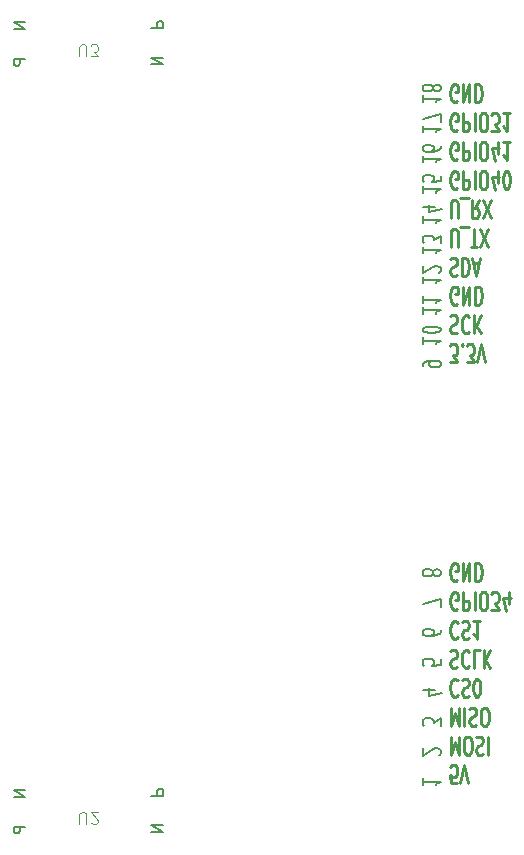
<source format=gbr>
%TF.GenerationSoftware,KiCad,Pcbnew,9.0.2*%
%TF.CreationDate,2025-06-25T22:54:11+10:00*%
%TF.ProjectId,F0-uConsole,46302d75-436f-46e7-936f-6c652e6b6963,rev?*%
%TF.SameCoordinates,Original*%
%TF.FileFunction,Legend,Bot*%
%TF.FilePolarity,Positive*%
%FSLAX46Y46*%
G04 Gerber Fmt 4.6, Leading zero omitted, Abs format (unit mm)*
G04 Created by KiCad (PCBNEW 9.0.2) date 2025-06-25 22:54:11*
%MOMM*%
%LPD*%
G01*
G04 APERTURE LIST*
%ADD10C,0.250000*%
%ADD11C,0.200000*%
%ADD12C,0.100000*%
G04 APERTURE END LIST*
D10*
X147727412Y-71453278D02*
X148346459Y-71453278D01*
X148346459Y-71453278D02*
X148013126Y-70874230D01*
X148013126Y-70874230D02*
X148155983Y-70874230D01*
X148155983Y-70874230D02*
X148251221Y-70801849D01*
X148251221Y-70801849D02*
X148298840Y-70729468D01*
X148298840Y-70729468D02*
X148346459Y-70584706D01*
X148346459Y-70584706D02*
X148346459Y-70222801D01*
X148346459Y-70222801D02*
X148298840Y-70078039D01*
X148298840Y-70078039D02*
X148251221Y-70005659D01*
X148251221Y-70005659D02*
X148155983Y-69933278D01*
X148155983Y-69933278D02*
X147870269Y-69933278D01*
X147870269Y-69933278D02*
X147775031Y-70005659D01*
X147775031Y-70005659D02*
X147727412Y-70078039D01*
X148775031Y-70078039D02*
X148822650Y-70005659D01*
X148822650Y-70005659D02*
X148775031Y-69933278D01*
X148775031Y-69933278D02*
X148727412Y-70005659D01*
X148727412Y-70005659D02*
X148775031Y-70078039D01*
X148775031Y-70078039D02*
X148775031Y-69933278D01*
X149155983Y-71453278D02*
X149775030Y-71453278D01*
X149775030Y-71453278D02*
X149441697Y-70874230D01*
X149441697Y-70874230D02*
X149584554Y-70874230D01*
X149584554Y-70874230D02*
X149679792Y-70801849D01*
X149679792Y-70801849D02*
X149727411Y-70729468D01*
X149727411Y-70729468D02*
X149775030Y-70584706D01*
X149775030Y-70584706D02*
X149775030Y-70222801D01*
X149775030Y-70222801D02*
X149727411Y-70078039D01*
X149727411Y-70078039D02*
X149679792Y-70005659D01*
X149679792Y-70005659D02*
X149584554Y-69933278D01*
X149584554Y-69933278D02*
X149298840Y-69933278D01*
X149298840Y-69933278D02*
X149203602Y-70005659D01*
X149203602Y-70005659D02*
X149155983Y-70078039D01*
X150060745Y-71453278D02*
X150394078Y-69933278D01*
X150394078Y-69933278D02*
X150727411Y-71453278D01*
X147775031Y-67558544D02*
X147917888Y-67486163D01*
X147917888Y-67486163D02*
X148155983Y-67486163D01*
X148155983Y-67486163D02*
X148251221Y-67558544D01*
X148251221Y-67558544D02*
X148298840Y-67630924D01*
X148298840Y-67630924D02*
X148346459Y-67775686D01*
X148346459Y-67775686D02*
X148346459Y-67920448D01*
X148346459Y-67920448D02*
X148298840Y-68065210D01*
X148298840Y-68065210D02*
X148251221Y-68137591D01*
X148251221Y-68137591D02*
X148155983Y-68209972D01*
X148155983Y-68209972D02*
X147965507Y-68282353D01*
X147965507Y-68282353D02*
X147870269Y-68354734D01*
X147870269Y-68354734D02*
X147822650Y-68427115D01*
X147822650Y-68427115D02*
X147775031Y-68571877D01*
X147775031Y-68571877D02*
X147775031Y-68716639D01*
X147775031Y-68716639D02*
X147822650Y-68861401D01*
X147822650Y-68861401D02*
X147870269Y-68933782D01*
X147870269Y-68933782D02*
X147965507Y-69006163D01*
X147965507Y-69006163D02*
X148203602Y-69006163D01*
X148203602Y-69006163D02*
X148346459Y-68933782D01*
X149346459Y-67630924D02*
X149298840Y-67558544D01*
X149298840Y-67558544D02*
X149155983Y-67486163D01*
X149155983Y-67486163D02*
X149060745Y-67486163D01*
X149060745Y-67486163D02*
X148917888Y-67558544D01*
X148917888Y-67558544D02*
X148822650Y-67703305D01*
X148822650Y-67703305D02*
X148775031Y-67848067D01*
X148775031Y-67848067D02*
X148727412Y-68137591D01*
X148727412Y-68137591D02*
X148727412Y-68354734D01*
X148727412Y-68354734D02*
X148775031Y-68644258D01*
X148775031Y-68644258D02*
X148822650Y-68789020D01*
X148822650Y-68789020D02*
X148917888Y-68933782D01*
X148917888Y-68933782D02*
X149060745Y-69006163D01*
X149060745Y-69006163D02*
X149155983Y-69006163D01*
X149155983Y-69006163D02*
X149298840Y-68933782D01*
X149298840Y-68933782D02*
X149346459Y-68861401D01*
X149775031Y-67486163D02*
X149775031Y-69006163D01*
X150346459Y-67486163D02*
X149917888Y-68354734D01*
X150346459Y-69006163D02*
X149775031Y-68137591D01*
X148346459Y-66486667D02*
X148251221Y-66559048D01*
X148251221Y-66559048D02*
X148108364Y-66559048D01*
X148108364Y-66559048D02*
X147965507Y-66486667D01*
X147965507Y-66486667D02*
X147870269Y-66341905D01*
X147870269Y-66341905D02*
X147822650Y-66197143D01*
X147822650Y-66197143D02*
X147775031Y-65907619D01*
X147775031Y-65907619D02*
X147775031Y-65690476D01*
X147775031Y-65690476D02*
X147822650Y-65400952D01*
X147822650Y-65400952D02*
X147870269Y-65256190D01*
X147870269Y-65256190D02*
X147965507Y-65111429D01*
X147965507Y-65111429D02*
X148108364Y-65039048D01*
X148108364Y-65039048D02*
X148203602Y-65039048D01*
X148203602Y-65039048D02*
X148346459Y-65111429D01*
X148346459Y-65111429D02*
X148394078Y-65183809D01*
X148394078Y-65183809D02*
X148394078Y-65690476D01*
X148394078Y-65690476D02*
X148203602Y-65690476D01*
X148822650Y-65039048D02*
X148822650Y-66559048D01*
X148822650Y-66559048D02*
X149394078Y-65039048D01*
X149394078Y-65039048D02*
X149394078Y-66559048D01*
X149870269Y-65039048D02*
X149870269Y-66559048D01*
X149870269Y-66559048D02*
X150108364Y-66559048D01*
X150108364Y-66559048D02*
X150251221Y-66486667D01*
X150251221Y-66486667D02*
X150346459Y-66341905D01*
X150346459Y-66341905D02*
X150394078Y-66197143D01*
X150394078Y-66197143D02*
X150441697Y-65907619D01*
X150441697Y-65907619D02*
X150441697Y-65690476D01*
X150441697Y-65690476D02*
X150394078Y-65400952D01*
X150394078Y-65400952D02*
X150346459Y-65256190D01*
X150346459Y-65256190D02*
X150251221Y-65111429D01*
X150251221Y-65111429D02*
X150108364Y-65039048D01*
X150108364Y-65039048D02*
X149870269Y-65039048D01*
X147775031Y-62664314D02*
X147917888Y-62591933D01*
X147917888Y-62591933D02*
X148155983Y-62591933D01*
X148155983Y-62591933D02*
X148251221Y-62664314D01*
X148251221Y-62664314D02*
X148298840Y-62736694D01*
X148298840Y-62736694D02*
X148346459Y-62881456D01*
X148346459Y-62881456D02*
X148346459Y-63026218D01*
X148346459Y-63026218D02*
X148298840Y-63170980D01*
X148298840Y-63170980D02*
X148251221Y-63243361D01*
X148251221Y-63243361D02*
X148155983Y-63315742D01*
X148155983Y-63315742D02*
X147965507Y-63388123D01*
X147965507Y-63388123D02*
X147870269Y-63460504D01*
X147870269Y-63460504D02*
X147822650Y-63532885D01*
X147822650Y-63532885D02*
X147775031Y-63677647D01*
X147775031Y-63677647D02*
X147775031Y-63822409D01*
X147775031Y-63822409D02*
X147822650Y-63967171D01*
X147822650Y-63967171D02*
X147870269Y-64039552D01*
X147870269Y-64039552D02*
X147965507Y-64111933D01*
X147965507Y-64111933D02*
X148203602Y-64111933D01*
X148203602Y-64111933D02*
X148346459Y-64039552D01*
X148775031Y-62591933D02*
X148775031Y-64111933D01*
X148775031Y-64111933D02*
X149013126Y-64111933D01*
X149013126Y-64111933D02*
X149155983Y-64039552D01*
X149155983Y-64039552D02*
X149251221Y-63894790D01*
X149251221Y-63894790D02*
X149298840Y-63750028D01*
X149298840Y-63750028D02*
X149346459Y-63460504D01*
X149346459Y-63460504D02*
X149346459Y-63243361D01*
X149346459Y-63243361D02*
X149298840Y-62953837D01*
X149298840Y-62953837D02*
X149251221Y-62809075D01*
X149251221Y-62809075D02*
X149155983Y-62664314D01*
X149155983Y-62664314D02*
X149013126Y-62591933D01*
X149013126Y-62591933D02*
X148775031Y-62591933D01*
X149727412Y-63026218D02*
X150203602Y-63026218D01*
X149632174Y-62591933D02*
X149965507Y-64111933D01*
X149965507Y-64111933D02*
X150298840Y-62591933D01*
X147822650Y-61664818D02*
X147822650Y-60434341D01*
X147822650Y-60434341D02*
X147870269Y-60289579D01*
X147870269Y-60289579D02*
X147917888Y-60217199D01*
X147917888Y-60217199D02*
X148013126Y-60144818D01*
X148013126Y-60144818D02*
X148203602Y-60144818D01*
X148203602Y-60144818D02*
X148298840Y-60217199D01*
X148298840Y-60217199D02*
X148346459Y-60289579D01*
X148346459Y-60289579D02*
X148394078Y-60434341D01*
X148394078Y-60434341D02*
X148394078Y-61664818D01*
X148632174Y-60000056D02*
X149394078Y-60000056D01*
X149489317Y-61664818D02*
X150060745Y-61664818D01*
X149775031Y-60144818D02*
X149775031Y-61664818D01*
X150298841Y-61664818D02*
X150965507Y-60144818D01*
X150965507Y-61664818D02*
X150298841Y-60144818D01*
X147822650Y-59217703D02*
X147822650Y-57987226D01*
X147822650Y-57987226D02*
X147870269Y-57842464D01*
X147870269Y-57842464D02*
X147917888Y-57770084D01*
X147917888Y-57770084D02*
X148013126Y-57697703D01*
X148013126Y-57697703D02*
X148203602Y-57697703D01*
X148203602Y-57697703D02*
X148298840Y-57770084D01*
X148298840Y-57770084D02*
X148346459Y-57842464D01*
X148346459Y-57842464D02*
X148394078Y-57987226D01*
X148394078Y-57987226D02*
X148394078Y-59217703D01*
X148632174Y-57552941D02*
X149394078Y-57552941D01*
X150203602Y-57697703D02*
X149870269Y-58421512D01*
X149632174Y-57697703D02*
X149632174Y-59217703D01*
X149632174Y-59217703D02*
X150013126Y-59217703D01*
X150013126Y-59217703D02*
X150108364Y-59145322D01*
X150108364Y-59145322D02*
X150155983Y-59072941D01*
X150155983Y-59072941D02*
X150203602Y-58928179D01*
X150203602Y-58928179D02*
X150203602Y-58711036D01*
X150203602Y-58711036D02*
X150155983Y-58566274D01*
X150155983Y-58566274D02*
X150108364Y-58493893D01*
X150108364Y-58493893D02*
X150013126Y-58421512D01*
X150013126Y-58421512D02*
X149632174Y-58421512D01*
X150536936Y-59217703D02*
X151203602Y-57697703D01*
X151203602Y-59217703D02*
X150536936Y-57697703D01*
X148346459Y-56698207D02*
X148251221Y-56770588D01*
X148251221Y-56770588D02*
X148108364Y-56770588D01*
X148108364Y-56770588D02*
X147965507Y-56698207D01*
X147965507Y-56698207D02*
X147870269Y-56553445D01*
X147870269Y-56553445D02*
X147822650Y-56408683D01*
X147822650Y-56408683D02*
X147775031Y-56119159D01*
X147775031Y-56119159D02*
X147775031Y-55902016D01*
X147775031Y-55902016D02*
X147822650Y-55612492D01*
X147822650Y-55612492D02*
X147870269Y-55467730D01*
X147870269Y-55467730D02*
X147965507Y-55322969D01*
X147965507Y-55322969D02*
X148108364Y-55250588D01*
X148108364Y-55250588D02*
X148203602Y-55250588D01*
X148203602Y-55250588D02*
X148346459Y-55322969D01*
X148346459Y-55322969D02*
X148394078Y-55395349D01*
X148394078Y-55395349D02*
X148394078Y-55902016D01*
X148394078Y-55902016D02*
X148203602Y-55902016D01*
X148822650Y-55250588D02*
X148822650Y-56770588D01*
X148822650Y-56770588D02*
X149203602Y-56770588D01*
X149203602Y-56770588D02*
X149298840Y-56698207D01*
X149298840Y-56698207D02*
X149346459Y-56625826D01*
X149346459Y-56625826D02*
X149394078Y-56481064D01*
X149394078Y-56481064D02*
X149394078Y-56263921D01*
X149394078Y-56263921D02*
X149346459Y-56119159D01*
X149346459Y-56119159D02*
X149298840Y-56046778D01*
X149298840Y-56046778D02*
X149203602Y-55974397D01*
X149203602Y-55974397D02*
X148822650Y-55974397D01*
X149822650Y-55250588D02*
X149822650Y-56770588D01*
X150489316Y-56770588D02*
X150679792Y-56770588D01*
X150679792Y-56770588D02*
X150775030Y-56698207D01*
X150775030Y-56698207D02*
X150870268Y-56553445D01*
X150870268Y-56553445D02*
X150917887Y-56263921D01*
X150917887Y-56263921D02*
X150917887Y-55757254D01*
X150917887Y-55757254D02*
X150870268Y-55467730D01*
X150870268Y-55467730D02*
X150775030Y-55322969D01*
X150775030Y-55322969D02*
X150679792Y-55250588D01*
X150679792Y-55250588D02*
X150489316Y-55250588D01*
X150489316Y-55250588D02*
X150394078Y-55322969D01*
X150394078Y-55322969D02*
X150298840Y-55467730D01*
X150298840Y-55467730D02*
X150251221Y-55757254D01*
X150251221Y-55757254D02*
X150251221Y-56263921D01*
X150251221Y-56263921D02*
X150298840Y-56553445D01*
X150298840Y-56553445D02*
X150394078Y-56698207D01*
X150394078Y-56698207D02*
X150489316Y-56770588D01*
X151775030Y-56263921D02*
X151775030Y-55250588D01*
X151536935Y-56842969D02*
X151298840Y-55757254D01*
X151298840Y-55757254D02*
X151917887Y-55757254D01*
X152489316Y-56770588D02*
X152584554Y-56770588D01*
X152584554Y-56770588D02*
X152679792Y-56698207D01*
X152679792Y-56698207D02*
X152727411Y-56625826D01*
X152727411Y-56625826D02*
X152775030Y-56481064D01*
X152775030Y-56481064D02*
X152822649Y-56191540D01*
X152822649Y-56191540D02*
X152822649Y-55829635D01*
X152822649Y-55829635D02*
X152775030Y-55540111D01*
X152775030Y-55540111D02*
X152727411Y-55395349D01*
X152727411Y-55395349D02*
X152679792Y-55322969D01*
X152679792Y-55322969D02*
X152584554Y-55250588D01*
X152584554Y-55250588D02*
X152489316Y-55250588D01*
X152489316Y-55250588D02*
X152394078Y-55322969D01*
X152394078Y-55322969D02*
X152346459Y-55395349D01*
X152346459Y-55395349D02*
X152298840Y-55540111D01*
X152298840Y-55540111D02*
X152251221Y-55829635D01*
X152251221Y-55829635D02*
X152251221Y-56191540D01*
X152251221Y-56191540D02*
X152298840Y-56481064D01*
X152298840Y-56481064D02*
X152346459Y-56625826D01*
X152346459Y-56625826D02*
X152394078Y-56698207D01*
X152394078Y-56698207D02*
X152489316Y-56770588D01*
X148346459Y-54251092D02*
X148251221Y-54323473D01*
X148251221Y-54323473D02*
X148108364Y-54323473D01*
X148108364Y-54323473D02*
X147965507Y-54251092D01*
X147965507Y-54251092D02*
X147870269Y-54106330D01*
X147870269Y-54106330D02*
X147822650Y-53961568D01*
X147822650Y-53961568D02*
X147775031Y-53672044D01*
X147775031Y-53672044D02*
X147775031Y-53454901D01*
X147775031Y-53454901D02*
X147822650Y-53165377D01*
X147822650Y-53165377D02*
X147870269Y-53020615D01*
X147870269Y-53020615D02*
X147965507Y-52875854D01*
X147965507Y-52875854D02*
X148108364Y-52803473D01*
X148108364Y-52803473D02*
X148203602Y-52803473D01*
X148203602Y-52803473D02*
X148346459Y-52875854D01*
X148346459Y-52875854D02*
X148394078Y-52948234D01*
X148394078Y-52948234D02*
X148394078Y-53454901D01*
X148394078Y-53454901D02*
X148203602Y-53454901D01*
X148822650Y-52803473D02*
X148822650Y-54323473D01*
X148822650Y-54323473D02*
X149203602Y-54323473D01*
X149203602Y-54323473D02*
X149298840Y-54251092D01*
X149298840Y-54251092D02*
X149346459Y-54178711D01*
X149346459Y-54178711D02*
X149394078Y-54033949D01*
X149394078Y-54033949D02*
X149394078Y-53816806D01*
X149394078Y-53816806D02*
X149346459Y-53672044D01*
X149346459Y-53672044D02*
X149298840Y-53599663D01*
X149298840Y-53599663D02*
X149203602Y-53527282D01*
X149203602Y-53527282D02*
X148822650Y-53527282D01*
X149822650Y-52803473D02*
X149822650Y-54323473D01*
X150489316Y-54323473D02*
X150679792Y-54323473D01*
X150679792Y-54323473D02*
X150775030Y-54251092D01*
X150775030Y-54251092D02*
X150870268Y-54106330D01*
X150870268Y-54106330D02*
X150917887Y-53816806D01*
X150917887Y-53816806D02*
X150917887Y-53310139D01*
X150917887Y-53310139D02*
X150870268Y-53020615D01*
X150870268Y-53020615D02*
X150775030Y-52875854D01*
X150775030Y-52875854D02*
X150679792Y-52803473D01*
X150679792Y-52803473D02*
X150489316Y-52803473D01*
X150489316Y-52803473D02*
X150394078Y-52875854D01*
X150394078Y-52875854D02*
X150298840Y-53020615D01*
X150298840Y-53020615D02*
X150251221Y-53310139D01*
X150251221Y-53310139D02*
X150251221Y-53816806D01*
X150251221Y-53816806D02*
X150298840Y-54106330D01*
X150298840Y-54106330D02*
X150394078Y-54251092D01*
X150394078Y-54251092D02*
X150489316Y-54323473D01*
X151775030Y-53816806D02*
X151775030Y-52803473D01*
X151536935Y-54395854D02*
X151298840Y-53310139D01*
X151298840Y-53310139D02*
X151917887Y-53310139D01*
X152822649Y-52803473D02*
X152251221Y-52803473D01*
X152536935Y-52803473D02*
X152536935Y-54323473D01*
X152536935Y-54323473D02*
X152441697Y-54106330D01*
X152441697Y-54106330D02*
X152346459Y-53961568D01*
X152346459Y-53961568D02*
X152251221Y-53889187D01*
X148346459Y-51803977D02*
X148251221Y-51876358D01*
X148251221Y-51876358D02*
X148108364Y-51876358D01*
X148108364Y-51876358D02*
X147965507Y-51803977D01*
X147965507Y-51803977D02*
X147870269Y-51659215D01*
X147870269Y-51659215D02*
X147822650Y-51514453D01*
X147822650Y-51514453D02*
X147775031Y-51224929D01*
X147775031Y-51224929D02*
X147775031Y-51007786D01*
X147775031Y-51007786D02*
X147822650Y-50718262D01*
X147822650Y-50718262D02*
X147870269Y-50573500D01*
X147870269Y-50573500D02*
X147965507Y-50428739D01*
X147965507Y-50428739D02*
X148108364Y-50356358D01*
X148108364Y-50356358D02*
X148203602Y-50356358D01*
X148203602Y-50356358D02*
X148346459Y-50428739D01*
X148346459Y-50428739D02*
X148394078Y-50501119D01*
X148394078Y-50501119D02*
X148394078Y-51007786D01*
X148394078Y-51007786D02*
X148203602Y-51007786D01*
X148822650Y-50356358D02*
X148822650Y-51876358D01*
X148822650Y-51876358D02*
X149203602Y-51876358D01*
X149203602Y-51876358D02*
X149298840Y-51803977D01*
X149298840Y-51803977D02*
X149346459Y-51731596D01*
X149346459Y-51731596D02*
X149394078Y-51586834D01*
X149394078Y-51586834D02*
X149394078Y-51369691D01*
X149394078Y-51369691D02*
X149346459Y-51224929D01*
X149346459Y-51224929D02*
X149298840Y-51152548D01*
X149298840Y-51152548D02*
X149203602Y-51080167D01*
X149203602Y-51080167D02*
X148822650Y-51080167D01*
X149822650Y-50356358D02*
X149822650Y-51876358D01*
X150489316Y-51876358D02*
X150679792Y-51876358D01*
X150679792Y-51876358D02*
X150775030Y-51803977D01*
X150775030Y-51803977D02*
X150870268Y-51659215D01*
X150870268Y-51659215D02*
X150917887Y-51369691D01*
X150917887Y-51369691D02*
X150917887Y-50863024D01*
X150917887Y-50863024D02*
X150870268Y-50573500D01*
X150870268Y-50573500D02*
X150775030Y-50428739D01*
X150775030Y-50428739D02*
X150679792Y-50356358D01*
X150679792Y-50356358D02*
X150489316Y-50356358D01*
X150489316Y-50356358D02*
X150394078Y-50428739D01*
X150394078Y-50428739D02*
X150298840Y-50573500D01*
X150298840Y-50573500D02*
X150251221Y-50863024D01*
X150251221Y-50863024D02*
X150251221Y-51369691D01*
X150251221Y-51369691D02*
X150298840Y-51659215D01*
X150298840Y-51659215D02*
X150394078Y-51803977D01*
X150394078Y-51803977D02*
X150489316Y-51876358D01*
X151251221Y-51876358D02*
X151870268Y-51876358D01*
X151870268Y-51876358D02*
X151536935Y-51297310D01*
X151536935Y-51297310D02*
X151679792Y-51297310D01*
X151679792Y-51297310D02*
X151775030Y-51224929D01*
X151775030Y-51224929D02*
X151822649Y-51152548D01*
X151822649Y-51152548D02*
X151870268Y-51007786D01*
X151870268Y-51007786D02*
X151870268Y-50645881D01*
X151870268Y-50645881D02*
X151822649Y-50501119D01*
X151822649Y-50501119D02*
X151775030Y-50428739D01*
X151775030Y-50428739D02*
X151679792Y-50356358D01*
X151679792Y-50356358D02*
X151394078Y-50356358D01*
X151394078Y-50356358D02*
X151298840Y-50428739D01*
X151298840Y-50428739D02*
X151251221Y-50501119D01*
X152822649Y-50356358D02*
X152251221Y-50356358D01*
X152536935Y-50356358D02*
X152536935Y-51876358D01*
X152536935Y-51876358D02*
X152441697Y-51659215D01*
X152441697Y-51659215D02*
X152346459Y-51514453D01*
X152346459Y-51514453D02*
X152251221Y-51442072D01*
X148346459Y-49356862D02*
X148251221Y-49429243D01*
X148251221Y-49429243D02*
X148108364Y-49429243D01*
X148108364Y-49429243D02*
X147965507Y-49356862D01*
X147965507Y-49356862D02*
X147870269Y-49212100D01*
X147870269Y-49212100D02*
X147822650Y-49067338D01*
X147822650Y-49067338D02*
X147775031Y-48777814D01*
X147775031Y-48777814D02*
X147775031Y-48560671D01*
X147775031Y-48560671D02*
X147822650Y-48271147D01*
X147822650Y-48271147D02*
X147870269Y-48126385D01*
X147870269Y-48126385D02*
X147965507Y-47981624D01*
X147965507Y-47981624D02*
X148108364Y-47909243D01*
X148108364Y-47909243D02*
X148203602Y-47909243D01*
X148203602Y-47909243D02*
X148346459Y-47981624D01*
X148346459Y-47981624D02*
X148394078Y-48054004D01*
X148394078Y-48054004D02*
X148394078Y-48560671D01*
X148394078Y-48560671D02*
X148203602Y-48560671D01*
X148822650Y-47909243D02*
X148822650Y-49429243D01*
X148822650Y-49429243D02*
X149394078Y-47909243D01*
X149394078Y-47909243D02*
X149394078Y-49429243D01*
X149870269Y-47909243D02*
X149870269Y-49429243D01*
X149870269Y-49429243D02*
X150108364Y-49429243D01*
X150108364Y-49429243D02*
X150251221Y-49356862D01*
X150251221Y-49356862D02*
X150346459Y-49212100D01*
X150346459Y-49212100D02*
X150394078Y-49067338D01*
X150394078Y-49067338D02*
X150441697Y-48777814D01*
X150441697Y-48777814D02*
X150441697Y-48560671D01*
X150441697Y-48560671D02*
X150394078Y-48271147D01*
X150394078Y-48271147D02*
X150346459Y-48126385D01*
X150346459Y-48126385D02*
X150251221Y-47981624D01*
X150251221Y-47981624D02*
X150108364Y-47909243D01*
X150108364Y-47909243D02*
X149870269Y-47909243D01*
D11*
X145418048Y-71794299D02*
X145418048Y-71611442D01*
X145418048Y-71611442D02*
X145491382Y-71520013D01*
X145491382Y-71520013D02*
X145564715Y-71474299D01*
X145564715Y-71474299D02*
X145784715Y-71382870D01*
X145784715Y-71382870D02*
X146078048Y-71337156D01*
X146078048Y-71337156D02*
X146664715Y-71337156D01*
X146664715Y-71337156D02*
X146811382Y-71382870D01*
X146811382Y-71382870D02*
X146884715Y-71428585D01*
X146884715Y-71428585D02*
X146958048Y-71520013D01*
X146958048Y-71520013D02*
X146958048Y-71702870D01*
X146958048Y-71702870D02*
X146884715Y-71794299D01*
X146884715Y-71794299D02*
X146811382Y-71840013D01*
X146811382Y-71840013D02*
X146664715Y-71885727D01*
X146664715Y-71885727D02*
X146298048Y-71885727D01*
X146298048Y-71885727D02*
X146151382Y-71840013D01*
X146151382Y-71840013D02*
X146078048Y-71794299D01*
X146078048Y-71794299D02*
X146004715Y-71702870D01*
X146004715Y-71702870D02*
X146004715Y-71520013D01*
X146004715Y-71520013D02*
X146078048Y-71428585D01*
X146078048Y-71428585D02*
X146151382Y-71382870D01*
X146151382Y-71382870D02*
X146298048Y-71337156D01*
X145418048Y-106660016D02*
X145418048Y-107242873D01*
X145418048Y-106951444D02*
X146958048Y-106951444D01*
X146958048Y-106951444D02*
X146738048Y-107048587D01*
X146738048Y-107048587D02*
X146591382Y-107145730D01*
X146591382Y-107145730D02*
X146518048Y-107242873D01*
X146811382Y-104717158D02*
X146884715Y-104668586D01*
X146884715Y-104668586D02*
X146958048Y-104571444D01*
X146958048Y-104571444D02*
X146958048Y-104328586D01*
X146958048Y-104328586D02*
X146884715Y-104231444D01*
X146884715Y-104231444D02*
X146811382Y-104182872D01*
X146811382Y-104182872D02*
X146664715Y-104134301D01*
X146664715Y-104134301D02*
X146518048Y-104134301D01*
X146518048Y-104134301D02*
X146298048Y-104182872D01*
X146298048Y-104182872D02*
X145418048Y-104765729D01*
X145418048Y-104765729D02*
X145418048Y-104134301D01*
X146958048Y-102240014D02*
X146958048Y-101608586D01*
X146958048Y-101608586D02*
X146371382Y-101948586D01*
X146371382Y-101948586D02*
X146371382Y-101802871D01*
X146371382Y-101802871D02*
X146298048Y-101705729D01*
X146298048Y-101705729D02*
X146224715Y-101657157D01*
X146224715Y-101657157D02*
X146078048Y-101608586D01*
X146078048Y-101608586D02*
X145711382Y-101608586D01*
X145711382Y-101608586D02*
X145564715Y-101657157D01*
X145564715Y-101657157D02*
X145491382Y-101705729D01*
X145491382Y-101705729D02*
X145418048Y-101802871D01*
X145418048Y-101802871D02*
X145418048Y-102094300D01*
X145418048Y-102094300D02*
X145491382Y-102191443D01*
X145491382Y-102191443D02*
X145564715Y-102240014D01*
X146444715Y-99180014D02*
X145418048Y-99180014D01*
X147031382Y-99422871D02*
X145931382Y-99665728D01*
X145931382Y-99665728D02*
X145931382Y-99034299D01*
X146958048Y-96605727D02*
X146958048Y-97091441D01*
X146958048Y-97091441D02*
X146224715Y-97140013D01*
X146224715Y-97140013D02*
X146298048Y-97091441D01*
X146298048Y-97091441D02*
X146371382Y-96994299D01*
X146371382Y-96994299D02*
X146371382Y-96751441D01*
X146371382Y-96751441D02*
X146298048Y-96654299D01*
X146298048Y-96654299D02*
X146224715Y-96605727D01*
X146224715Y-96605727D02*
X146078048Y-96557156D01*
X146078048Y-96557156D02*
X145711382Y-96557156D01*
X145711382Y-96557156D02*
X145564715Y-96605727D01*
X145564715Y-96605727D02*
X145491382Y-96654299D01*
X145491382Y-96654299D02*
X145418048Y-96751441D01*
X145418048Y-96751441D02*
X145418048Y-96994299D01*
X145418048Y-96994299D02*
X145491382Y-97091441D01*
X145491382Y-97091441D02*
X145564715Y-97140013D01*
X146958048Y-94128584D02*
X146958048Y-94322869D01*
X146958048Y-94322869D02*
X146884715Y-94420012D01*
X146884715Y-94420012D02*
X146811382Y-94468584D01*
X146811382Y-94468584D02*
X146591382Y-94565726D01*
X146591382Y-94565726D02*
X146298048Y-94614298D01*
X146298048Y-94614298D02*
X145711382Y-94614298D01*
X145711382Y-94614298D02*
X145564715Y-94565726D01*
X145564715Y-94565726D02*
X145491382Y-94517155D01*
X145491382Y-94517155D02*
X145418048Y-94420012D01*
X145418048Y-94420012D02*
X145418048Y-94225726D01*
X145418048Y-94225726D02*
X145491382Y-94128584D01*
X145491382Y-94128584D02*
X145564715Y-94080012D01*
X145564715Y-94080012D02*
X145711382Y-94031441D01*
X145711382Y-94031441D02*
X146078048Y-94031441D01*
X146078048Y-94031441D02*
X146224715Y-94080012D01*
X146224715Y-94080012D02*
X146298048Y-94128584D01*
X146298048Y-94128584D02*
X146371382Y-94225726D01*
X146371382Y-94225726D02*
X146371382Y-94420012D01*
X146371382Y-94420012D02*
X146298048Y-94517155D01*
X146298048Y-94517155D02*
X146224715Y-94565726D01*
X146224715Y-94565726D02*
X146078048Y-94614298D01*
X146958048Y-92137154D02*
X146958048Y-91457154D01*
X146958048Y-91457154D02*
X145418048Y-91894297D01*
X146298048Y-89368582D02*
X146371382Y-89465725D01*
X146371382Y-89465725D02*
X146444715Y-89514296D01*
X146444715Y-89514296D02*
X146591382Y-89562868D01*
X146591382Y-89562868D02*
X146664715Y-89562868D01*
X146664715Y-89562868D02*
X146811382Y-89514296D01*
X146811382Y-89514296D02*
X146884715Y-89465725D01*
X146884715Y-89465725D02*
X146958048Y-89368582D01*
X146958048Y-89368582D02*
X146958048Y-89174296D01*
X146958048Y-89174296D02*
X146884715Y-89077154D01*
X146884715Y-89077154D02*
X146811382Y-89028582D01*
X146811382Y-89028582D02*
X146664715Y-88980011D01*
X146664715Y-88980011D02*
X146591382Y-88980011D01*
X146591382Y-88980011D02*
X146444715Y-89028582D01*
X146444715Y-89028582D02*
X146371382Y-89077154D01*
X146371382Y-89077154D02*
X146298048Y-89174296D01*
X146298048Y-89174296D02*
X146298048Y-89368582D01*
X146298048Y-89368582D02*
X146224715Y-89465725D01*
X146224715Y-89465725D02*
X146151382Y-89514296D01*
X146151382Y-89514296D02*
X146004715Y-89562868D01*
X146004715Y-89562868D02*
X145711382Y-89562868D01*
X145711382Y-89562868D02*
X145564715Y-89514296D01*
X145564715Y-89514296D02*
X145491382Y-89465725D01*
X145491382Y-89465725D02*
X145418048Y-89368582D01*
X145418048Y-89368582D02*
X145418048Y-89174296D01*
X145418048Y-89174296D02*
X145491382Y-89077154D01*
X145491382Y-89077154D02*
X145564715Y-89028582D01*
X145564715Y-89028582D02*
X145711382Y-88980011D01*
X145711382Y-88980011D02*
X146004715Y-88980011D01*
X146004715Y-88980011D02*
X146151382Y-89028582D01*
X146151382Y-89028582D02*
X146224715Y-89077154D01*
X146224715Y-89077154D02*
X146298048Y-89174296D01*
D10*
X148298840Y-107106163D02*
X147822650Y-107106163D01*
X147822650Y-107106163D02*
X147775031Y-106382353D01*
X147775031Y-106382353D02*
X147822650Y-106454734D01*
X147822650Y-106454734D02*
X147917888Y-106527115D01*
X147917888Y-106527115D02*
X148155983Y-106527115D01*
X148155983Y-106527115D02*
X148251221Y-106454734D01*
X148251221Y-106454734D02*
X148298840Y-106382353D01*
X148298840Y-106382353D02*
X148346459Y-106237591D01*
X148346459Y-106237591D02*
X148346459Y-105875686D01*
X148346459Y-105875686D02*
X148298840Y-105730924D01*
X148298840Y-105730924D02*
X148251221Y-105658544D01*
X148251221Y-105658544D02*
X148155983Y-105586163D01*
X148155983Y-105586163D02*
X147917888Y-105586163D01*
X147917888Y-105586163D02*
X147822650Y-105658544D01*
X147822650Y-105658544D02*
X147775031Y-105730924D01*
X148632174Y-107106163D02*
X148965507Y-105586163D01*
X148965507Y-105586163D02*
X149298840Y-107106163D01*
X147822650Y-103139048D02*
X147822650Y-104659048D01*
X147822650Y-104659048D02*
X148155983Y-103573333D01*
X148155983Y-103573333D02*
X148489316Y-104659048D01*
X148489316Y-104659048D02*
X148489316Y-103139048D01*
X149155983Y-104659048D02*
X149346459Y-104659048D01*
X149346459Y-104659048D02*
X149441697Y-104586667D01*
X149441697Y-104586667D02*
X149536935Y-104441905D01*
X149536935Y-104441905D02*
X149584554Y-104152381D01*
X149584554Y-104152381D02*
X149584554Y-103645714D01*
X149584554Y-103645714D02*
X149536935Y-103356190D01*
X149536935Y-103356190D02*
X149441697Y-103211429D01*
X149441697Y-103211429D02*
X149346459Y-103139048D01*
X149346459Y-103139048D02*
X149155983Y-103139048D01*
X149155983Y-103139048D02*
X149060745Y-103211429D01*
X149060745Y-103211429D02*
X148965507Y-103356190D01*
X148965507Y-103356190D02*
X148917888Y-103645714D01*
X148917888Y-103645714D02*
X148917888Y-104152381D01*
X148917888Y-104152381D02*
X148965507Y-104441905D01*
X148965507Y-104441905D02*
X149060745Y-104586667D01*
X149060745Y-104586667D02*
X149155983Y-104659048D01*
X149965507Y-103211429D02*
X150108364Y-103139048D01*
X150108364Y-103139048D02*
X150346459Y-103139048D01*
X150346459Y-103139048D02*
X150441697Y-103211429D01*
X150441697Y-103211429D02*
X150489316Y-103283809D01*
X150489316Y-103283809D02*
X150536935Y-103428571D01*
X150536935Y-103428571D02*
X150536935Y-103573333D01*
X150536935Y-103573333D02*
X150489316Y-103718095D01*
X150489316Y-103718095D02*
X150441697Y-103790476D01*
X150441697Y-103790476D02*
X150346459Y-103862857D01*
X150346459Y-103862857D02*
X150155983Y-103935238D01*
X150155983Y-103935238D02*
X150060745Y-104007619D01*
X150060745Y-104007619D02*
X150013126Y-104080000D01*
X150013126Y-104080000D02*
X149965507Y-104224762D01*
X149965507Y-104224762D02*
X149965507Y-104369524D01*
X149965507Y-104369524D02*
X150013126Y-104514286D01*
X150013126Y-104514286D02*
X150060745Y-104586667D01*
X150060745Y-104586667D02*
X150155983Y-104659048D01*
X150155983Y-104659048D02*
X150394078Y-104659048D01*
X150394078Y-104659048D02*
X150536935Y-104586667D01*
X150965507Y-103139048D02*
X150965507Y-104659048D01*
X147822650Y-100691933D02*
X147822650Y-102211933D01*
X147822650Y-102211933D02*
X148155983Y-101126218D01*
X148155983Y-101126218D02*
X148489316Y-102211933D01*
X148489316Y-102211933D02*
X148489316Y-100691933D01*
X148965507Y-100691933D02*
X148965507Y-102211933D01*
X149394078Y-100764314D02*
X149536935Y-100691933D01*
X149536935Y-100691933D02*
X149775030Y-100691933D01*
X149775030Y-100691933D02*
X149870268Y-100764314D01*
X149870268Y-100764314D02*
X149917887Y-100836694D01*
X149917887Y-100836694D02*
X149965506Y-100981456D01*
X149965506Y-100981456D02*
X149965506Y-101126218D01*
X149965506Y-101126218D02*
X149917887Y-101270980D01*
X149917887Y-101270980D02*
X149870268Y-101343361D01*
X149870268Y-101343361D02*
X149775030Y-101415742D01*
X149775030Y-101415742D02*
X149584554Y-101488123D01*
X149584554Y-101488123D02*
X149489316Y-101560504D01*
X149489316Y-101560504D02*
X149441697Y-101632885D01*
X149441697Y-101632885D02*
X149394078Y-101777647D01*
X149394078Y-101777647D02*
X149394078Y-101922409D01*
X149394078Y-101922409D02*
X149441697Y-102067171D01*
X149441697Y-102067171D02*
X149489316Y-102139552D01*
X149489316Y-102139552D02*
X149584554Y-102211933D01*
X149584554Y-102211933D02*
X149822649Y-102211933D01*
X149822649Y-102211933D02*
X149965506Y-102139552D01*
X150584554Y-102211933D02*
X150775030Y-102211933D01*
X150775030Y-102211933D02*
X150870268Y-102139552D01*
X150870268Y-102139552D02*
X150965506Y-101994790D01*
X150965506Y-101994790D02*
X151013125Y-101705266D01*
X151013125Y-101705266D02*
X151013125Y-101198599D01*
X151013125Y-101198599D02*
X150965506Y-100909075D01*
X150965506Y-100909075D02*
X150870268Y-100764314D01*
X150870268Y-100764314D02*
X150775030Y-100691933D01*
X150775030Y-100691933D02*
X150584554Y-100691933D01*
X150584554Y-100691933D02*
X150489316Y-100764314D01*
X150489316Y-100764314D02*
X150394078Y-100909075D01*
X150394078Y-100909075D02*
X150346459Y-101198599D01*
X150346459Y-101198599D02*
X150346459Y-101705266D01*
X150346459Y-101705266D02*
X150394078Y-101994790D01*
X150394078Y-101994790D02*
X150489316Y-102139552D01*
X150489316Y-102139552D02*
X150584554Y-102211933D01*
X148394078Y-98389579D02*
X148346459Y-98317199D01*
X148346459Y-98317199D02*
X148203602Y-98244818D01*
X148203602Y-98244818D02*
X148108364Y-98244818D01*
X148108364Y-98244818D02*
X147965507Y-98317199D01*
X147965507Y-98317199D02*
X147870269Y-98461960D01*
X147870269Y-98461960D02*
X147822650Y-98606722D01*
X147822650Y-98606722D02*
X147775031Y-98896246D01*
X147775031Y-98896246D02*
X147775031Y-99113389D01*
X147775031Y-99113389D02*
X147822650Y-99402913D01*
X147822650Y-99402913D02*
X147870269Y-99547675D01*
X147870269Y-99547675D02*
X147965507Y-99692437D01*
X147965507Y-99692437D02*
X148108364Y-99764818D01*
X148108364Y-99764818D02*
X148203602Y-99764818D01*
X148203602Y-99764818D02*
X148346459Y-99692437D01*
X148346459Y-99692437D02*
X148394078Y-99620056D01*
X148775031Y-98317199D02*
X148917888Y-98244818D01*
X148917888Y-98244818D02*
X149155983Y-98244818D01*
X149155983Y-98244818D02*
X149251221Y-98317199D01*
X149251221Y-98317199D02*
X149298840Y-98389579D01*
X149298840Y-98389579D02*
X149346459Y-98534341D01*
X149346459Y-98534341D02*
X149346459Y-98679103D01*
X149346459Y-98679103D02*
X149298840Y-98823865D01*
X149298840Y-98823865D02*
X149251221Y-98896246D01*
X149251221Y-98896246D02*
X149155983Y-98968627D01*
X149155983Y-98968627D02*
X148965507Y-99041008D01*
X148965507Y-99041008D02*
X148870269Y-99113389D01*
X148870269Y-99113389D02*
X148822650Y-99185770D01*
X148822650Y-99185770D02*
X148775031Y-99330532D01*
X148775031Y-99330532D02*
X148775031Y-99475294D01*
X148775031Y-99475294D02*
X148822650Y-99620056D01*
X148822650Y-99620056D02*
X148870269Y-99692437D01*
X148870269Y-99692437D02*
X148965507Y-99764818D01*
X148965507Y-99764818D02*
X149203602Y-99764818D01*
X149203602Y-99764818D02*
X149346459Y-99692437D01*
X149965507Y-99764818D02*
X150060745Y-99764818D01*
X150060745Y-99764818D02*
X150155983Y-99692437D01*
X150155983Y-99692437D02*
X150203602Y-99620056D01*
X150203602Y-99620056D02*
X150251221Y-99475294D01*
X150251221Y-99475294D02*
X150298840Y-99185770D01*
X150298840Y-99185770D02*
X150298840Y-98823865D01*
X150298840Y-98823865D02*
X150251221Y-98534341D01*
X150251221Y-98534341D02*
X150203602Y-98389579D01*
X150203602Y-98389579D02*
X150155983Y-98317199D01*
X150155983Y-98317199D02*
X150060745Y-98244818D01*
X150060745Y-98244818D02*
X149965507Y-98244818D01*
X149965507Y-98244818D02*
X149870269Y-98317199D01*
X149870269Y-98317199D02*
X149822650Y-98389579D01*
X149822650Y-98389579D02*
X149775031Y-98534341D01*
X149775031Y-98534341D02*
X149727412Y-98823865D01*
X149727412Y-98823865D02*
X149727412Y-99185770D01*
X149727412Y-99185770D02*
X149775031Y-99475294D01*
X149775031Y-99475294D02*
X149822650Y-99620056D01*
X149822650Y-99620056D02*
X149870269Y-99692437D01*
X149870269Y-99692437D02*
X149965507Y-99764818D01*
X147775031Y-95870084D02*
X147917888Y-95797703D01*
X147917888Y-95797703D02*
X148155983Y-95797703D01*
X148155983Y-95797703D02*
X148251221Y-95870084D01*
X148251221Y-95870084D02*
X148298840Y-95942464D01*
X148298840Y-95942464D02*
X148346459Y-96087226D01*
X148346459Y-96087226D02*
X148346459Y-96231988D01*
X148346459Y-96231988D02*
X148298840Y-96376750D01*
X148298840Y-96376750D02*
X148251221Y-96449131D01*
X148251221Y-96449131D02*
X148155983Y-96521512D01*
X148155983Y-96521512D02*
X147965507Y-96593893D01*
X147965507Y-96593893D02*
X147870269Y-96666274D01*
X147870269Y-96666274D02*
X147822650Y-96738655D01*
X147822650Y-96738655D02*
X147775031Y-96883417D01*
X147775031Y-96883417D02*
X147775031Y-97028179D01*
X147775031Y-97028179D02*
X147822650Y-97172941D01*
X147822650Y-97172941D02*
X147870269Y-97245322D01*
X147870269Y-97245322D02*
X147965507Y-97317703D01*
X147965507Y-97317703D02*
X148203602Y-97317703D01*
X148203602Y-97317703D02*
X148346459Y-97245322D01*
X149346459Y-95942464D02*
X149298840Y-95870084D01*
X149298840Y-95870084D02*
X149155983Y-95797703D01*
X149155983Y-95797703D02*
X149060745Y-95797703D01*
X149060745Y-95797703D02*
X148917888Y-95870084D01*
X148917888Y-95870084D02*
X148822650Y-96014845D01*
X148822650Y-96014845D02*
X148775031Y-96159607D01*
X148775031Y-96159607D02*
X148727412Y-96449131D01*
X148727412Y-96449131D02*
X148727412Y-96666274D01*
X148727412Y-96666274D02*
X148775031Y-96955798D01*
X148775031Y-96955798D02*
X148822650Y-97100560D01*
X148822650Y-97100560D02*
X148917888Y-97245322D01*
X148917888Y-97245322D02*
X149060745Y-97317703D01*
X149060745Y-97317703D02*
X149155983Y-97317703D01*
X149155983Y-97317703D02*
X149298840Y-97245322D01*
X149298840Y-97245322D02*
X149346459Y-97172941D01*
X150251221Y-95797703D02*
X149775031Y-95797703D01*
X149775031Y-95797703D02*
X149775031Y-97317703D01*
X150584555Y-95797703D02*
X150584555Y-97317703D01*
X151155983Y-95797703D02*
X150727412Y-96666274D01*
X151155983Y-97317703D02*
X150584555Y-96449131D01*
X148394078Y-93495349D02*
X148346459Y-93422969D01*
X148346459Y-93422969D02*
X148203602Y-93350588D01*
X148203602Y-93350588D02*
X148108364Y-93350588D01*
X148108364Y-93350588D02*
X147965507Y-93422969D01*
X147965507Y-93422969D02*
X147870269Y-93567730D01*
X147870269Y-93567730D02*
X147822650Y-93712492D01*
X147822650Y-93712492D02*
X147775031Y-94002016D01*
X147775031Y-94002016D02*
X147775031Y-94219159D01*
X147775031Y-94219159D02*
X147822650Y-94508683D01*
X147822650Y-94508683D02*
X147870269Y-94653445D01*
X147870269Y-94653445D02*
X147965507Y-94798207D01*
X147965507Y-94798207D02*
X148108364Y-94870588D01*
X148108364Y-94870588D02*
X148203602Y-94870588D01*
X148203602Y-94870588D02*
X148346459Y-94798207D01*
X148346459Y-94798207D02*
X148394078Y-94725826D01*
X148775031Y-93422969D02*
X148917888Y-93350588D01*
X148917888Y-93350588D02*
X149155983Y-93350588D01*
X149155983Y-93350588D02*
X149251221Y-93422969D01*
X149251221Y-93422969D02*
X149298840Y-93495349D01*
X149298840Y-93495349D02*
X149346459Y-93640111D01*
X149346459Y-93640111D02*
X149346459Y-93784873D01*
X149346459Y-93784873D02*
X149298840Y-93929635D01*
X149298840Y-93929635D02*
X149251221Y-94002016D01*
X149251221Y-94002016D02*
X149155983Y-94074397D01*
X149155983Y-94074397D02*
X148965507Y-94146778D01*
X148965507Y-94146778D02*
X148870269Y-94219159D01*
X148870269Y-94219159D02*
X148822650Y-94291540D01*
X148822650Y-94291540D02*
X148775031Y-94436302D01*
X148775031Y-94436302D02*
X148775031Y-94581064D01*
X148775031Y-94581064D02*
X148822650Y-94725826D01*
X148822650Y-94725826D02*
X148870269Y-94798207D01*
X148870269Y-94798207D02*
X148965507Y-94870588D01*
X148965507Y-94870588D02*
X149203602Y-94870588D01*
X149203602Y-94870588D02*
X149346459Y-94798207D01*
X150298840Y-93350588D02*
X149727412Y-93350588D01*
X150013126Y-93350588D02*
X150013126Y-94870588D01*
X150013126Y-94870588D02*
X149917888Y-94653445D01*
X149917888Y-94653445D02*
X149822650Y-94508683D01*
X149822650Y-94508683D02*
X149727412Y-94436302D01*
X148346459Y-92351092D02*
X148251221Y-92423473D01*
X148251221Y-92423473D02*
X148108364Y-92423473D01*
X148108364Y-92423473D02*
X147965507Y-92351092D01*
X147965507Y-92351092D02*
X147870269Y-92206330D01*
X147870269Y-92206330D02*
X147822650Y-92061568D01*
X147822650Y-92061568D02*
X147775031Y-91772044D01*
X147775031Y-91772044D02*
X147775031Y-91554901D01*
X147775031Y-91554901D02*
X147822650Y-91265377D01*
X147822650Y-91265377D02*
X147870269Y-91120615D01*
X147870269Y-91120615D02*
X147965507Y-90975854D01*
X147965507Y-90975854D02*
X148108364Y-90903473D01*
X148108364Y-90903473D02*
X148203602Y-90903473D01*
X148203602Y-90903473D02*
X148346459Y-90975854D01*
X148346459Y-90975854D02*
X148394078Y-91048234D01*
X148394078Y-91048234D02*
X148394078Y-91554901D01*
X148394078Y-91554901D02*
X148203602Y-91554901D01*
X148822650Y-90903473D02*
X148822650Y-92423473D01*
X148822650Y-92423473D02*
X149203602Y-92423473D01*
X149203602Y-92423473D02*
X149298840Y-92351092D01*
X149298840Y-92351092D02*
X149346459Y-92278711D01*
X149346459Y-92278711D02*
X149394078Y-92133949D01*
X149394078Y-92133949D02*
X149394078Y-91916806D01*
X149394078Y-91916806D02*
X149346459Y-91772044D01*
X149346459Y-91772044D02*
X149298840Y-91699663D01*
X149298840Y-91699663D02*
X149203602Y-91627282D01*
X149203602Y-91627282D02*
X148822650Y-91627282D01*
X149822650Y-90903473D02*
X149822650Y-92423473D01*
X150489316Y-92423473D02*
X150679792Y-92423473D01*
X150679792Y-92423473D02*
X150775030Y-92351092D01*
X150775030Y-92351092D02*
X150870268Y-92206330D01*
X150870268Y-92206330D02*
X150917887Y-91916806D01*
X150917887Y-91916806D02*
X150917887Y-91410139D01*
X150917887Y-91410139D02*
X150870268Y-91120615D01*
X150870268Y-91120615D02*
X150775030Y-90975854D01*
X150775030Y-90975854D02*
X150679792Y-90903473D01*
X150679792Y-90903473D02*
X150489316Y-90903473D01*
X150489316Y-90903473D02*
X150394078Y-90975854D01*
X150394078Y-90975854D02*
X150298840Y-91120615D01*
X150298840Y-91120615D02*
X150251221Y-91410139D01*
X150251221Y-91410139D02*
X150251221Y-91916806D01*
X150251221Y-91916806D02*
X150298840Y-92206330D01*
X150298840Y-92206330D02*
X150394078Y-92351092D01*
X150394078Y-92351092D02*
X150489316Y-92423473D01*
X151251221Y-92423473D02*
X151870268Y-92423473D01*
X151870268Y-92423473D02*
X151536935Y-91844425D01*
X151536935Y-91844425D02*
X151679792Y-91844425D01*
X151679792Y-91844425D02*
X151775030Y-91772044D01*
X151775030Y-91772044D02*
X151822649Y-91699663D01*
X151822649Y-91699663D02*
X151870268Y-91554901D01*
X151870268Y-91554901D02*
X151870268Y-91192996D01*
X151870268Y-91192996D02*
X151822649Y-91048234D01*
X151822649Y-91048234D02*
X151775030Y-90975854D01*
X151775030Y-90975854D02*
X151679792Y-90903473D01*
X151679792Y-90903473D02*
X151394078Y-90903473D01*
X151394078Y-90903473D02*
X151298840Y-90975854D01*
X151298840Y-90975854D02*
X151251221Y-91048234D01*
X152727411Y-91916806D02*
X152727411Y-90903473D01*
X152489316Y-92495854D02*
X152251221Y-91410139D01*
X152251221Y-91410139D02*
X152870268Y-91410139D01*
X148346459Y-89903977D02*
X148251221Y-89976358D01*
X148251221Y-89976358D02*
X148108364Y-89976358D01*
X148108364Y-89976358D02*
X147965507Y-89903977D01*
X147965507Y-89903977D02*
X147870269Y-89759215D01*
X147870269Y-89759215D02*
X147822650Y-89614453D01*
X147822650Y-89614453D02*
X147775031Y-89324929D01*
X147775031Y-89324929D02*
X147775031Y-89107786D01*
X147775031Y-89107786D02*
X147822650Y-88818262D01*
X147822650Y-88818262D02*
X147870269Y-88673500D01*
X147870269Y-88673500D02*
X147965507Y-88528739D01*
X147965507Y-88528739D02*
X148108364Y-88456358D01*
X148108364Y-88456358D02*
X148203602Y-88456358D01*
X148203602Y-88456358D02*
X148346459Y-88528739D01*
X148346459Y-88528739D02*
X148394078Y-88601119D01*
X148394078Y-88601119D02*
X148394078Y-89107786D01*
X148394078Y-89107786D02*
X148203602Y-89107786D01*
X148822650Y-88456358D02*
X148822650Y-89976358D01*
X148822650Y-89976358D02*
X149394078Y-88456358D01*
X149394078Y-88456358D02*
X149394078Y-89976358D01*
X149870269Y-88456358D02*
X149870269Y-89976358D01*
X149870269Y-89976358D02*
X150108364Y-89976358D01*
X150108364Y-89976358D02*
X150251221Y-89903977D01*
X150251221Y-89903977D02*
X150346459Y-89759215D01*
X150346459Y-89759215D02*
X150394078Y-89614453D01*
X150394078Y-89614453D02*
X150441697Y-89324929D01*
X150441697Y-89324929D02*
X150441697Y-89107786D01*
X150441697Y-89107786D02*
X150394078Y-88818262D01*
X150394078Y-88818262D02*
X150346459Y-88673500D01*
X150346459Y-88673500D02*
X150251221Y-88528739D01*
X150251221Y-88528739D02*
X150108364Y-88456358D01*
X150108364Y-88456358D02*
X149870269Y-88456358D01*
D11*
X145418048Y-69334303D02*
X145418048Y-69882874D01*
X145418048Y-69608589D02*
X146958048Y-69608589D01*
X146958048Y-69608589D02*
X146738048Y-69700017D01*
X146738048Y-69700017D02*
X146591382Y-69791446D01*
X146591382Y-69791446D02*
X146518048Y-69882874D01*
X146958048Y-68740017D02*
X146958048Y-68648588D01*
X146958048Y-68648588D02*
X146884715Y-68557160D01*
X146884715Y-68557160D02*
X146811382Y-68511446D01*
X146811382Y-68511446D02*
X146664715Y-68465731D01*
X146664715Y-68465731D02*
X146371382Y-68420017D01*
X146371382Y-68420017D02*
X146004715Y-68420017D01*
X146004715Y-68420017D02*
X145711382Y-68465731D01*
X145711382Y-68465731D02*
X145564715Y-68511446D01*
X145564715Y-68511446D02*
X145491382Y-68557160D01*
X145491382Y-68557160D02*
X145418048Y-68648588D01*
X145418048Y-68648588D02*
X145418048Y-68740017D01*
X145418048Y-68740017D02*
X145491382Y-68831446D01*
X145491382Y-68831446D02*
X145564715Y-68877160D01*
X145564715Y-68877160D02*
X145711382Y-68922874D01*
X145711382Y-68922874D02*
X146004715Y-68968588D01*
X146004715Y-68968588D02*
X146371382Y-68968588D01*
X146371382Y-68968588D02*
X146664715Y-68922874D01*
X146664715Y-68922874D02*
X146811382Y-68877160D01*
X146811382Y-68877160D02*
X146884715Y-68831446D01*
X146884715Y-68831446D02*
X146958048Y-68740017D01*
X145418048Y-66774302D02*
X145418048Y-67322873D01*
X145418048Y-67048588D02*
X146958048Y-67048588D01*
X146958048Y-67048588D02*
X146738048Y-67140016D01*
X146738048Y-67140016D02*
X146591382Y-67231445D01*
X146591382Y-67231445D02*
X146518048Y-67322873D01*
X145418048Y-65860016D02*
X145418048Y-66408587D01*
X145418048Y-66134302D02*
X146958048Y-66134302D01*
X146958048Y-66134302D02*
X146738048Y-66225730D01*
X146738048Y-66225730D02*
X146591382Y-66317159D01*
X146591382Y-66317159D02*
X146518048Y-66408587D01*
X145418048Y-64214301D02*
X145418048Y-64762872D01*
X145418048Y-64488587D02*
X146958048Y-64488587D01*
X146958048Y-64488587D02*
X146738048Y-64580015D01*
X146738048Y-64580015D02*
X146591382Y-64671444D01*
X146591382Y-64671444D02*
X146518048Y-64762872D01*
X146811382Y-63848586D02*
X146884715Y-63802872D01*
X146884715Y-63802872D02*
X146958048Y-63711444D01*
X146958048Y-63711444D02*
X146958048Y-63482872D01*
X146958048Y-63482872D02*
X146884715Y-63391444D01*
X146884715Y-63391444D02*
X146811382Y-63345729D01*
X146811382Y-63345729D02*
X146664715Y-63300015D01*
X146664715Y-63300015D02*
X146518048Y-63300015D01*
X146518048Y-63300015D02*
X146298048Y-63345729D01*
X146298048Y-63345729D02*
X145418048Y-63894301D01*
X145418048Y-63894301D02*
X145418048Y-63300015D01*
X145418048Y-61654300D02*
X145418048Y-62202871D01*
X145418048Y-61928586D02*
X146958048Y-61928586D01*
X146958048Y-61928586D02*
X146738048Y-62020014D01*
X146738048Y-62020014D02*
X146591382Y-62111443D01*
X146591382Y-62111443D02*
X146518048Y-62202871D01*
X146958048Y-61334300D02*
X146958048Y-60740014D01*
X146958048Y-60740014D02*
X146371382Y-61060014D01*
X146371382Y-61060014D02*
X146371382Y-60922871D01*
X146371382Y-60922871D02*
X146298048Y-60831443D01*
X146298048Y-60831443D02*
X146224715Y-60785728D01*
X146224715Y-60785728D02*
X146078048Y-60740014D01*
X146078048Y-60740014D02*
X145711382Y-60740014D01*
X145711382Y-60740014D02*
X145564715Y-60785728D01*
X145564715Y-60785728D02*
X145491382Y-60831443D01*
X145491382Y-60831443D02*
X145418048Y-60922871D01*
X145418048Y-60922871D02*
X145418048Y-61197157D01*
X145418048Y-61197157D02*
X145491382Y-61288585D01*
X145491382Y-61288585D02*
X145564715Y-61334300D01*
X145418048Y-59094299D02*
X145418048Y-59642870D01*
X145418048Y-59368585D02*
X146958048Y-59368585D01*
X146958048Y-59368585D02*
X146738048Y-59460013D01*
X146738048Y-59460013D02*
X146591382Y-59551442D01*
X146591382Y-59551442D02*
X146518048Y-59642870D01*
X146444715Y-58271442D02*
X145418048Y-58271442D01*
X147031382Y-58500013D02*
X145931382Y-58728584D01*
X145931382Y-58728584D02*
X145931382Y-58134299D01*
X145418048Y-56534298D02*
X145418048Y-57082869D01*
X145418048Y-56808584D02*
X146958048Y-56808584D01*
X146958048Y-56808584D02*
X146738048Y-56900012D01*
X146738048Y-56900012D02*
X146591382Y-56991441D01*
X146591382Y-56991441D02*
X146518048Y-57082869D01*
X146958048Y-55665726D02*
X146958048Y-56122869D01*
X146958048Y-56122869D02*
X146224715Y-56168583D01*
X146224715Y-56168583D02*
X146298048Y-56122869D01*
X146298048Y-56122869D02*
X146371382Y-56031441D01*
X146371382Y-56031441D02*
X146371382Y-55802869D01*
X146371382Y-55802869D02*
X146298048Y-55711441D01*
X146298048Y-55711441D02*
X146224715Y-55665726D01*
X146224715Y-55665726D02*
X146078048Y-55620012D01*
X146078048Y-55620012D02*
X145711382Y-55620012D01*
X145711382Y-55620012D02*
X145564715Y-55665726D01*
X145564715Y-55665726D02*
X145491382Y-55711441D01*
X145491382Y-55711441D02*
X145418048Y-55802869D01*
X145418048Y-55802869D02*
X145418048Y-56031441D01*
X145418048Y-56031441D02*
X145491382Y-56122869D01*
X145491382Y-56122869D02*
X145564715Y-56168583D01*
X145418048Y-53974297D02*
X145418048Y-54522868D01*
X145418048Y-54248583D02*
X146958048Y-54248583D01*
X146958048Y-54248583D02*
X146738048Y-54340011D01*
X146738048Y-54340011D02*
X146591382Y-54431440D01*
X146591382Y-54431440D02*
X146518048Y-54522868D01*
X146958048Y-53151440D02*
X146958048Y-53334297D01*
X146958048Y-53334297D02*
X146884715Y-53425725D01*
X146884715Y-53425725D02*
X146811382Y-53471440D01*
X146811382Y-53471440D02*
X146591382Y-53562868D01*
X146591382Y-53562868D02*
X146298048Y-53608582D01*
X146298048Y-53608582D02*
X145711382Y-53608582D01*
X145711382Y-53608582D02*
X145564715Y-53562868D01*
X145564715Y-53562868D02*
X145491382Y-53517154D01*
X145491382Y-53517154D02*
X145418048Y-53425725D01*
X145418048Y-53425725D02*
X145418048Y-53242868D01*
X145418048Y-53242868D02*
X145491382Y-53151440D01*
X145491382Y-53151440D02*
X145564715Y-53105725D01*
X145564715Y-53105725D02*
X145711382Y-53060011D01*
X145711382Y-53060011D02*
X146078048Y-53060011D01*
X146078048Y-53060011D02*
X146224715Y-53105725D01*
X146224715Y-53105725D02*
X146298048Y-53151440D01*
X146298048Y-53151440D02*
X146371382Y-53242868D01*
X146371382Y-53242868D02*
X146371382Y-53425725D01*
X146371382Y-53425725D02*
X146298048Y-53517154D01*
X146298048Y-53517154D02*
X146224715Y-53562868D01*
X146224715Y-53562868D02*
X146078048Y-53608582D01*
X145418048Y-51414296D02*
X145418048Y-51962867D01*
X145418048Y-51688582D02*
X146958048Y-51688582D01*
X146958048Y-51688582D02*
X146738048Y-51780010D01*
X146738048Y-51780010D02*
X146591382Y-51871439D01*
X146591382Y-51871439D02*
X146518048Y-51962867D01*
X146958048Y-51094296D02*
X146958048Y-50454296D01*
X146958048Y-50454296D02*
X145418048Y-50865724D01*
X145418048Y-48854295D02*
X145418048Y-49402866D01*
X145418048Y-49128581D02*
X146958048Y-49128581D01*
X146958048Y-49128581D02*
X146738048Y-49220009D01*
X146738048Y-49220009D02*
X146591382Y-49311438D01*
X146591382Y-49311438D02*
X146518048Y-49402866D01*
X146298048Y-48305723D02*
X146371382Y-48397152D01*
X146371382Y-48397152D02*
X146444715Y-48442866D01*
X146444715Y-48442866D02*
X146591382Y-48488580D01*
X146591382Y-48488580D02*
X146664715Y-48488580D01*
X146664715Y-48488580D02*
X146811382Y-48442866D01*
X146811382Y-48442866D02*
X146884715Y-48397152D01*
X146884715Y-48397152D02*
X146958048Y-48305723D01*
X146958048Y-48305723D02*
X146958048Y-48122866D01*
X146958048Y-48122866D02*
X146884715Y-48031438D01*
X146884715Y-48031438D02*
X146811382Y-47985723D01*
X146811382Y-47985723D02*
X146664715Y-47940009D01*
X146664715Y-47940009D02*
X146591382Y-47940009D01*
X146591382Y-47940009D02*
X146444715Y-47985723D01*
X146444715Y-47985723D02*
X146371382Y-48031438D01*
X146371382Y-48031438D02*
X146298048Y-48122866D01*
X146298048Y-48122866D02*
X146298048Y-48305723D01*
X146298048Y-48305723D02*
X146224715Y-48397152D01*
X146224715Y-48397152D02*
X146151382Y-48442866D01*
X146151382Y-48442866D02*
X146004715Y-48488580D01*
X146004715Y-48488580D02*
X145711382Y-48488580D01*
X145711382Y-48488580D02*
X145564715Y-48442866D01*
X145564715Y-48442866D02*
X145491382Y-48397152D01*
X145491382Y-48397152D02*
X145418048Y-48305723D01*
X145418048Y-48305723D02*
X145418048Y-48122866D01*
X145418048Y-48122866D02*
X145491382Y-48031438D01*
X145491382Y-48031438D02*
X145564715Y-47985723D01*
X145564715Y-47985723D02*
X145711382Y-47940009D01*
X145711382Y-47940009D02*
X146004715Y-47940009D01*
X146004715Y-47940009D02*
X146151382Y-47985723D01*
X146151382Y-47985723D02*
X146224715Y-48031438D01*
X146224715Y-48031438D02*
X146298048Y-48122866D01*
D12*
X116373095Y-110542580D02*
X116373095Y-109733057D01*
X116373095Y-109733057D02*
X116420714Y-109637819D01*
X116420714Y-109637819D02*
X116468333Y-109590200D01*
X116468333Y-109590200D02*
X116563571Y-109542580D01*
X116563571Y-109542580D02*
X116754047Y-109542580D01*
X116754047Y-109542580D02*
X116849285Y-109590200D01*
X116849285Y-109590200D02*
X116896904Y-109637819D01*
X116896904Y-109637819D02*
X116944523Y-109733057D01*
X116944523Y-109733057D02*
X116944523Y-110542580D01*
X117373095Y-110447342D02*
X117420714Y-110494961D01*
X117420714Y-110494961D02*
X117515952Y-110542580D01*
X117515952Y-110542580D02*
X117754047Y-110542580D01*
X117754047Y-110542580D02*
X117849285Y-110494961D01*
X117849285Y-110494961D02*
X117896904Y-110447342D01*
X117896904Y-110447342D02*
X117944523Y-110352104D01*
X117944523Y-110352104D02*
X117944523Y-110256866D01*
X117944523Y-110256866D02*
X117896904Y-110114009D01*
X117896904Y-110114009D02*
X117325476Y-109542580D01*
X117325476Y-109542580D02*
X117944523Y-109542580D01*
D11*
X122467780Y-108130326D02*
X123467780Y-108130326D01*
X123467780Y-108130326D02*
X123467780Y-107749374D01*
X123467780Y-107749374D02*
X123420161Y-107654136D01*
X123420161Y-107654136D02*
X123372542Y-107606517D01*
X123372542Y-107606517D02*
X123277304Y-107558898D01*
X123277304Y-107558898D02*
X123134447Y-107558898D01*
X123134447Y-107558898D02*
X123039209Y-107606517D01*
X123039209Y-107606517D02*
X122991590Y-107654136D01*
X122991590Y-107654136D02*
X122943971Y-107749374D01*
X122943971Y-107749374D02*
X122943971Y-108130326D01*
X122467780Y-111230326D02*
X123467780Y-111230326D01*
X123467780Y-111230326D02*
X122467780Y-110658898D01*
X122467780Y-110658898D02*
X123467780Y-110658898D01*
X111802219Y-107669673D02*
X110802219Y-107669673D01*
X110802219Y-107669673D02*
X111802219Y-108241101D01*
X111802219Y-108241101D02*
X110802219Y-108241101D01*
X111802219Y-110769673D02*
X110802219Y-110769673D01*
X110802219Y-110769673D02*
X110802219Y-111150625D01*
X110802219Y-111150625D02*
X110849838Y-111245863D01*
X110849838Y-111245863D02*
X110897457Y-111293482D01*
X110897457Y-111293482D02*
X110992695Y-111341101D01*
X110992695Y-111341101D02*
X111135552Y-111341101D01*
X111135552Y-111341101D02*
X111230790Y-111293482D01*
X111230790Y-111293482D02*
X111278409Y-111245863D01*
X111278409Y-111245863D02*
X111326028Y-111150625D01*
X111326028Y-111150625D02*
X111326028Y-110769673D01*
D12*
X116373095Y-45542580D02*
X116373095Y-44733057D01*
X116373095Y-44733057D02*
X116420714Y-44637819D01*
X116420714Y-44637819D02*
X116468333Y-44590200D01*
X116468333Y-44590200D02*
X116563571Y-44542580D01*
X116563571Y-44542580D02*
X116754047Y-44542580D01*
X116754047Y-44542580D02*
X116849285Y-44590200D01*
X116849285Y-44590200D02*
X116896904Y-44637819D01*
X116896904Y-44637819D02*
X116944523Y-44733057D01*
X116944523Y-44733057D02*
X116944523Y-45542580D01*
X117325476Y-45542580D02*
X117944523Y-45542580D01*
X117944523Y-45542580D02*
X117611190Y-45161628D01*
X117611190Y-45161628D02*
X117754047Y-45161628D01*
X117754047Y-45161628D02*
X117849285Y-45114009D01*
X117849285Y-45114009D02*
X117896904Y-45066390D01*
X117896904Y-45066390D02*
X117944523Y-44971152D01*
X117944523Y-44971152D02*
X117944523Y-44733057D01*
X117944523Y-44733057D02*
X117896904Y-44637819D01*
X117896904Y-44637819D02*
X117849285Y-44590200D01*
X117849285Y-44590200D02*
X117754047Y-44542580D01*
X117754047Y-44542580D02*
X117468333Y-44542580D01*
X117468333Y-44542580D02*
X117373095Y-44590200D01*
X117373095Y-44590200D02*
X117325476Y-44637819D01*
D11*
X111802219Y-45769673D02*
X110802219Y-45769673D01*
X110802219Y-45769673D02*
X110802219Y-46150625D01*
X110802219Y-46150625D02*
X110849838Y-46245863D01*
X110849838Y-46245863D02*
X110897457Y-46293482D01*
X110897457Y-46293482D02*
X110992695Y-46341101D01*
X110992695Y-46341101D02*
X111135552Y-46341101D01*
X111135552Y-46341101D02*
X111230790Y-46293482D01*
X111230790Y-46293482D02*
X111278409Y-46245863D01*
X111278409Y-46245863D02*
X111326028Y-46150625D01*
X111326028Y-46150625D02*
X111326028Y-45769673D01*
X111802219Y-42669673D02*
X110802219Y-42669673D01*
X110802219Y-42669673D02*
X111802219Y-43241101D01*
X111802219Y-43241101D02*
X110802219Y-43241101D01*
X122467780Y-43130326D02*
X123467780Y-43130326D01*
X123467780Y-43130326D02*
X123467780Y-42749374D01*
X123467780Y-42749374D02*
X123420161Y-42654136D01*
X123420161Y-42654136D02*
X123372542Y-42606517D01*
X123372542Y-42606517D02*
X123277304Y-42558898D01*
X123277304Y-42558898D02*
X123134447Y-42558898D01*
X123134447Y-42558898D02*
X123039209Y-42606517D01*
X123039209Y-42606517D02*
X122991590Y-42654136D01*
X122991590Y-42654136D02*
X122943971Y-42749374D01*
X122943971Y-42749374D02*
X122943971Y-43130326D01*
X122467780Y-46230326D02*
X123467780Y-46230326D01*
X123467780Y-46230326D02*
X122467780Y-45658898D01*
X122467780Y-45658898D02*
X123467780Y-45658898D01*
M02*

</source>
